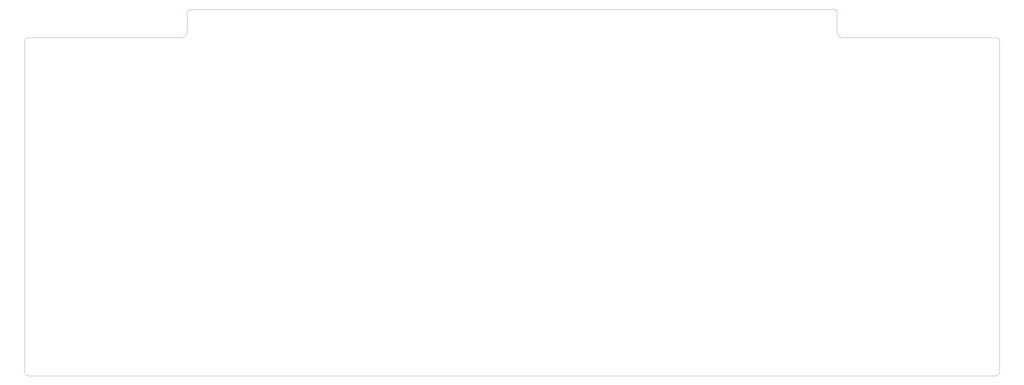
<source format=gbr>
%TF.GenerationSoftware,KiCad,Pcbnew,(6.0.7-1)-1*%
%TF.CreationDate,2022-09-28T22:03:46+09:00*%
%TF.ProjectId,tc69,74633639-2e6b-4696-9361-645f70636258,rev?*%
%TF.SameCoordinates,Original*%
%TF.FileFunction,Profile,NP*%
%FSLAX46Y46*%
G04 Gerber Fmt 4.6, Leading zero omitted, Abs format (unit mm)*
G04 Created by KiCad (PCBNEW (6.0.7-1)-1) date 2022-09-28 22:03:46*
%MOMM*%
%LPD*%
G01*
G04 APERTURE LIST*
%TA.AperFunction,Profile*%
%ADD10C,0.050000*%
%TD*%
G04 APERTURE END LIST*
D10*
X300633065Y-30956276D02*
X300633065Y-133350112D01*
X42862536Y-29765650D02*
X-5357817Y-29765650D01*
X45839101Y-20835955D02*
X248245521Y-20835955D01*
X-6548443Y-30956276D02*
X-6548443Y-133350112D01*
X300633065Y-135136051D02*
X300633065Y-133350112D01*
X-6548443Y-133350112D02*
X-6548443Y-135136051D01*
X249436147Y-22026581D02*
X249436147Y-27979711D01*
X45839101Y-20835975D02*
G75*
G03*
X44648475Y-22026581I-1J-1190625D01*
G01*
X249436145Y-22026581D02*
G75*
G03*
X248245521Y-20835955I-1190645J-19D01*
G01*
X42862536Y-29765675D02*
G75*
G03*
X44648475Y-27979711I-36J1785975D01*
G01*
X-5357817Y-29765650D02*
G75*
G03*
X-6548443Y-30956276I-1J-1190625D01*
G01*
X-6548443Y-135136051D02*
G75*
G03*
X-5357817Y-136326677I1190625J-1D01*
G01*
X44648475Y-27979711D02*
X44648475Y-22026581D01*
X300633050Y-30956276D02*
G75*
G03*
X299442439Y-29765650I-1190650J-24D01*
G01*
X299442439Y-136326677D02*
X-5357817Y-136326677D01*
X251222086Y-29765650D02*
X299442439Y-29765650D01*
X249436150Y-27979711D02*
G75*
G03*
X251222086Y-29765650I1785950J11D01*
G01*
X299442439Y-136326765D02*
G75*
G03*
X300633065Y-135136051I-39J1190665D01*
G01*
M02*

</source>
